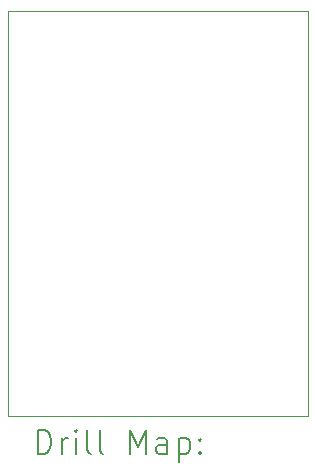
<source format=gbr>
%TF.GenerationSoftware,KiCad,Pcbnew,(6.0.7)*%
%TF.CreationDate,2023-06-30T23:32:27-07:00*%
%TF.ProjectId,RFD900 Interface,52464439-3030-4204-996e-746572666163,rev?*%
%TF.SameCoordinates,Original*%
%TF.FileFunction,Drillmap*%
%TF.FilePolarity,Positive*%
%FSLAX45Y45*%
G04 Gerber Fmt 4.5, Leading zero omitted, Abs format (unit mm)*
G04 Created by KiCad (PCBNEW (6.0.7)) date 2023-06-30 23:32:27*
%MOMM*%
%LPD*%
G01*
G04 APERTURE LIST*
%ADD10C,0.100000*%
%ADD11C,0.200000*%
G04 APERTURE END LIST*
D10*
X2540000Y-2540000D02*
X5080000Y-2540000D01*
X5080000Y-2540000D02*
X5080000Y-5969000D01*
X5080000Y-5969000D02*
X2540000Y-5969000D01*
X2540000Y-5969000D02*
X2540000Y-2540000D01*
D11*
X2792619Y-6284476D02*
X2792619Y-6084476D01*
X2840238Y-6084476D01*
X2868809Y-6094000D01*
X2887857Y-6113048D01*
X2897381Y-6132095D01*
X2906905Y-6170190D01*
X2906905Y-6198762D01*
X2897381Y-6236857D01*
X2887857Y-6255905D01*
X2868809Y-6274952D01*
X2840238Y-6284476D01*
X2792619Y-6284476D01*
X2992619Y-6284476D02*
X2992619Y-6151143D01*
X2992619Y-6189238D02*
X3002143Y-6170190D01*
X3011667Y-6160667D01*
X3030714Y-6151143D01*
X3049762Y-6151143D01*
X3116428Y-6284476D02*
X3116428Y-6151143D01*
X3116428Y-6084476D02*
X3106905Y-6094000D01*
X3116428Y-6103524D01*
X3125952Y-6094000D01*
X3116428Y-6084476D01*
X3116428Y-6103524D01*
X3240238Y-6284476D02*
X3221190Y-6274952D01*
X3211667Y-6255905D01*
X3211667Y-6084476D01*
X3345000Y-6284476D02*
X3325952Y-6274952D01*
X3316428Y-6255905D01*
X3316428Y-6084476D01*
X3573571Y-6284476D02*
X3573571Y-6084476D01*
X3640238Y-6227333D01*
X3706905Y-6084476D01*
X3706905Y-6284476D01*
X3887857Y-6284476D02*
X3887857Y-6179714D01*
X3878333Y-6160667D01*
X3859286Y-6151143D01*
X3821190Y-6151143D01*
X3802143Y-6160667D01*
X3887857Y-6274952D02*
X3868809Y-6284476D01*
X3821190Y-6284476D01*
X3802143Y-6274952D01*
X3792619Y-6255905D01*
X3792619Y-6236857D01*
X3802143Y-6217809D01*
X3821190Y-6208286D01*
X3868809Y-6208286D01*
X3887857Y-6198762D01*
X3983095Y-6151143D02*
X3983095Y-6351143D01*
X3983095Y-6160667D02*
X4002143Y-6151143D01*
X4040238Y-6151143D01*
X4059286Y-6160667D01*
X4068809Y-6170190D01*
X4078333Y-6189238D01*
X4078333Y-6246381D01*
X4068809Y-6265428D01*
X4059286Y-6274952D01*
X4040238Y-6284476D01*
X4002143Y-6284476D01*
X3983095Y-6274952D01*
X4164048Y-6265428D02*
X4173571Y-6274952D01*
X4164048Y-6284476D01*
X4154524Y-6274952D01*
X4164048Y-6265428D01*
X4164048Y-6284476D01*
X4164048Y-6160667D02*
X4173571Y-6170190D01*
X4164048Y-6179714D01*
X4154524Y-6170190D01*
X4164048Y-6160667D01*
X4164048Y-6179714D01*
M02*

</source>
